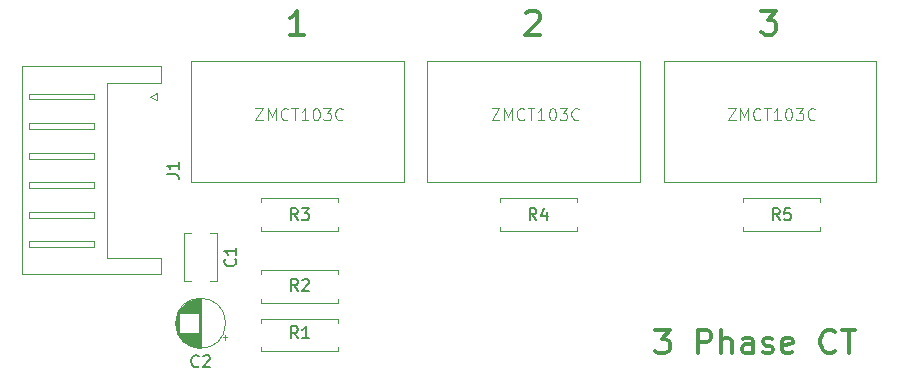
<source format=gbr>
%TF.GenerationSoftware,KiCad,Pcbnew,7.0.2*%
%TF.CreationDate,2023-10-27T13:44:30+02:00*%
%TF.ProjectId,zmct_3phase,7a6d6374-5f33-4706-9861-73652e6b6963,rev?*%
%TF.SameCoordinates,Original*%
%TF.FileFunction,Legend,Top*%
%TF.FilePolarity,Positive*%
%FSLAX46Y46*%
G04 Gerber Fmt 4.6, Leading zero omitted, Abs format (unit mm)*
G04 Created by KiCad (PCBNEW 7.0.2) date 2023-10-27 13:44:30*
%MOMM*%
%LPD*%
G01*
G04 APERTURE LIST*
%ADD10C,0.300000*%
%ADD11C,0.150000*%
%ADD12C,0.100000*%
%ADD13C,0.120000*%
G04 APERTURE END LIST*
D10*
X136523809Y-90755238D02*
X135380952Y-90755238D01*
X135952380Y-90755238D02*
X135952380Y-88755238D01*
X135952380Y-88755238D02*
X135761904Y-89040952D01*
X135761904Y-89040952D02*
X135571428Y-89231428D01*
X135571428Y-89231428D02*
X135380952Y-89326666D01*
X166285714Y-115755238D02*
X167523809Y-115755238D01*
X167523809Y-115755238D02*
X166857142Y-116517142D01*
X166857142Y-116517142D02*
X167142857Y-116517142D01*
X167142857Y-116517142D02*
X167333333Y-116612380D01*
X167333333Y-116612380D02*
X167428571Y-116707619D01*
X167428571Y-116707619D02*
X167523809Y-116898095D01*
X167523809Y-116898095D02*
X167523809Y-117374285D01*
X167523809Y-117374285D02*
X167428571Y-117564761D01*
X167428571Y-117564761D02*
X167333333Y-117660000D01*
X167333333Y-117660000D02*
X167142857Y-117755238D01*
X167142857Y-117755238D02*
X166571428Y-117755238D01*
X166571428Y-117755238D02*
X166380952Y-117660000D01*
X166380952Y-117660000D02*
X166285714Y-117564761D01*
X169904762Y-117755238D02*
X169904762Y-115755238D01*
X169904762Y-115755238D02*
X170666667Y-115755238D01*
X170666667Y-115755238D02*
X170857143Y-115850476D01*
X170857143Y-115850476D02*
X170952381Y-115945714D01*
X170952381Y-115945714D02*
X171047619Y-116136190D01*
X171047619Y-116136190D02*
X171047619Y-116421904D01*
X171047619Y-116421904D02*
X170952381Y-116612380D01*
X170952381Y-116612380D02*
X170857143Y-116707619D01*
X170857143Y-116707619D02*
X170666667Y-116802857D01*
X170666667Y-116802857D02*
X169904762Y-116802857D01*
X171904762Y-117755238D02*
X171904762Y-115755238D01*
X172761905Y-117755238D02*
X172761905Y-116707619D01*
X172761905Y-116707619D02*
X172666667Y-116517142D01*
X172666667Y-116517142D02*
X172476191Y-116421904D01*
X172476191Y-116421904D02*
X172190476Y-116421904D01*
X172190476Y-116421904D02*
X172000000Y-116517142D01*
X172000000Y-116517142D02*
X171904762Y-116612380D01*
X174571429Y-117755238D02*
X174571429Y-116707619D01*
X174571429Y-116707619D02*
X174476191Y-116517142D01*
X174476191Y-116517142D02*
X174285715Y-116421904D01*
X174285715Y-116421904D02*
X173904762Y-116421904D01*
X173904762Y-116421904D02*
X173714286Y-116517142D01*
X174571429Y-117660000D02*
X174380953Y-117755238D01*
X174380953Y-117755238D02*
X173904762Y-117755238D01*
X173904762Y-117755238D02*
X173714286Y-117660000D01*
X173714286Y-117660000D02*
X173619048Y-117469523D01*
X173619048Y-117469523D02*
X173619048Y-117279047D01*
X173619048Y-117279047D02*
X173714286Y-117088571D01*
X173714286Y-117088571D02*
X173904762Y-116993333D01*
X173904762Y-116993333D02*
X174380953Y-116993333D01*
X174380953Y-116993333D02*
X174571429Y-116898095D01*
X175428572Y-117660000D02*
X175619048Y-117755238D01*
X175619048Y-117755238D02*
X176000000Y-117755238D01*
X176000000Y-117755238D02*
X176190477Y-117660000D01*
X176190477Y-117660000D02*
X176285715Y-117469523D01*
X176285715Y-117469523D02*
X176285715Y-117374285D01*
X176285715Y-117374285D02*
X176190477Y-117183809D01*
X176190477Y-117183809D02*
X176000000Y-117088571D01*
X176000000Y-117088571D02*
X175714286Y-117088571D01*
X175714286Y-117088571D02*
X175523810Y-116993333D01*
X175523810Y-116993333D02*
X175428572Y-116802857D01*
X175428572Y-116802857D02*
X175428572Y-116707619D01*
X175428572Y-116707619D02*
X175523810Y-116517142D01*
X175523810Y-116517142D02*
X175714286Y-116421904D01*
X175714286Y-116421904D02*
X176000000Y-116421904D01*
X176000000Y-116421904D02*
X176190477Y-116517142D01*
X177904763Y-117660000D02*
X177714287Y-117755238D01*
X177714287Y-117755238D02*
X177333334Y-117755238D01*
X177333334Y-117755238D02*
X177142858Y-117660000D01*
X177142858Y-117660000D02*
X177047620Y-117469523D01*
X177047620Y-117469523D02*
X177047620Y-116707619D01*
X177047620Y-116707619D02*
X177142858Y-116517142D01*
X177142858Y-116517142D02*
X177333334Y-116421904D01*
X177333334Y-116421904D02*
X177714287Y-116421904D01*
X177714287Y-116421904D02*
X177904763Y-116517142D01*
X177904763Y-116517142D02*
X178000001Y-116707619D01*
X178000001Y-116707619D02*
X178000001Y-116898095D01*
X178000001Y-116898095D02*
X177047620Y-117088571D01*
X181523811Y-117564761D02*
X181428573Y-117660000D01*
X181428573Y-117660000D02*
X181142859Y-117755238D01*
X181142859Y-117755238D02*
X180952383Y-117755238D01*
X180952383Y-117755238D02*
X180666668Y-117660000D01*
X180666668Y-117660000D02*
X180476192Y-117469523D01*
X180476192Y-117469523D02*
X180380954Y-117279047D01*
X180380954Y-117279047D02*
X180285716Y-116898095D01*
X180285716Y-116898095D02*
X180285716Y-116612380D01*
X180285716Y-116612380D02*
X180380954Y-116231428D01*
X180380954Y-116231428D02*
X180476192Y-116040952D01*
X180476192Y-116040952D02*
X180666668Y-115850476D01*
X180666668Y-115850476D02*
X180952383Y-115755238D01*
X180952383Y-115755238D02*
X181142859Y-115755238D01*
X181142859Y-115755238D02*
X181428573Y-115850476D01*
X181428573Y-115850476D02*
X181523811Y-115945714D01*
X182095240Y-115755238D02*
X183238097Y-115755238D01*
X182666668Y-117755238D02*
X182666668Y-115755238D01*
X155380952Y-88945714D02*
X155476190Y-88850476D01*
X155476190Y-88850476D02*
X155666666Y-88755238D01*
X155666666Y-88755238D02*
X156142857Y-88755238D01*
X156142857Y-88755238D02*
X156333333Y-88850476D01*
X156333333Y-88850476D02*
X156428571Y-88945714D01*
X156428571Y-88945714D02*
X156523809Y-89136190D01*
X156523809Y-89136190D02*
X156523809Y-89326666D01*
X156523809Y-89326666D02*
X156428571Y-89612380D01*
X156428571Y-89612380D02*
X155285714Y-90755238D01*
X155285714Y-90755238D02*
X156523809Y-90755238D01*
X175285714Y-88755238D02*
X176523809Y-88755238D01*
X176523809Y-88755238D02*
X175857142Y-89517142D01*
X175857142Y-89517142D02*
X176142857Y-89517142D01*
X176142857Y-89517142D02*
X176333333Y-89612380D01*
X176333333Y-89612380D02*
X176428571Y-89707619D01*
X176428571Y-89707619D02*
X176523809Y-89898095D01*
X176523809Y-89898095D02*
X176523809Y-90374285D01*
X176523809Y-90374285D02*
X176428571Y-90564761D01*
X176428571Y-90564761D02*
X176333333Y-90660000D01*
X176333333Y-90660000D02*
X176142857Y-90755238D01*
X176142857Y-90755238D02*
X175571428Y-90755238D01*
X175571428Y-90755238D02*
X175380952Y-90660000D01*
X175380952Y-90660000D02*
X175285714Y-90564761D01*
D11*
%TO.C,R4*%
X156233333Y-106462619D02*
X155900000Y-105986428D01*
X155661905Y-106462619D02*
X155661905Y-105462619D01*
X155661905Y-105462619D02*
X156042857Y-105462619D01*
X156042857Y-105462619D02*
X156138095Y-105510238D01*
X156138095Y-105510238D02*
X156185714Y-105557857D01*
X156185714Y-105557857D02*
X156233333Y-105653095D01*
X156233333Y-105653095D02*
X156233333Y-105795952D01*
X156233333Y-105795952D02*
X156185714Y-105891190D01*
X156185714Y-105891190D02*
X156138095Y-105938809D01*
X156138095Y-105938809D02*
X156042857Y-105986428D01*
X156042857Y-105986428D02*
X155661905Y-105986428D01*
X157090476Y-105795952D02*
X157090476Y-106462619D01*
X156852381Y-105415000D02*
X156614286Y-106129285D01*
X156614286Y-106129285D02*
X157233333Y-106129285D01*
D12*
%TO.C,U3*%
X172442857Y-97002619D02*
X173109523Y-97002619D01*
X173109523Y-97002619D02*
X172442857Y-98002619D01*
X172442857Y-98002619D02*
X173109523Y-98002619D01*
X173490476Y-98002619D02*
X173490476Y-97002619D01*
X173490476Y-97002619D02*
X173823809Y-97716904D01*
X173823809Y-97716904D02*
X174157142Y-97002619D01*
X174157142Y-97002619D02*
X174157142Y-98002619D01*
X175204761Y-97907380D02*
X175157142Y-97955000D01*
X175157142Y-97955000D02*
X175014285Y-98002619D01*
X175014285Y-98002619D02*
X174919047Y-98002619D01*
X174919047Y-98002619D02*
X174776190Y-97955000D01*
X174776190Y-97955000D02*
X174680952Y-97859761D01*
X174680952Y-97859761D02*
X174633333Y-97764523D01*
X174633333Y-97764523D02*
X174585714Y-97574047D01*
X174585714Y-97574047D02*
X174585714Y-97431190D01*
X174585714Y-97431190D02*
X174633333Y-97240714D01*
X174633333Y-97240714D02*
X174680952Y-97145476D01*
X174680952Y-97145476D02*
X174776190Y-97050238D01*
X174776190Y-97050238D02*
X174919047Y-97002619D01*
X174919047Y-97002619D02*
X175014285Y-97002619D01*
X175014285Y-97002619D02*
X175157142Y-97050238D01*
X175157142Y-97050238D02*
X175204761Y-97097857D01*
X175490476Y-97002619D02*
X176061904Y-97002619D01*
X175776190Y-98002619D02*
X175776190Y-97002619D01*
X176919047Y-98002619D02*
X176347619Y-98002619D01*
X176633333Y-98002619D02*
X176633333Y-97002619D01*
X176633333Y-97002619D02*
X176538095Y-97145476D01*
X176538095Y-97145476D02*
X176442857Y-97240714D01*
X176442857Y-97240714D02*
X176347619Y-97288333D01*
X177538095Y-97002619D02*
X177633333Y-97002619D01*
X177633333Y-97002619D02*
X177728571Y-97050238D01*
X177728571Y-97050238D02*
X177776190Y-97097857D01*
X177776190Y-97097857D02*
X177823809Y-97193095D01*
X177823809Y-97193095D02*
X177871428Y-97383571D01*
X177871428Y-97383571D02*
X177871428Y-97621666D01*
X177871428Y-97621666D02*
X177823809Y-97812142D01*
X177823809Y-97812142D02*
X177776190Y-97907380D01*
X177776190Y-97907380D02*
X177728571Y-97955000D01*
X177728571Y-97955000D02*
X177633333Y-98002619D01*
X177633333Y-98002619D02*
X177538095Y-98002619D01*
X177538095Y-98002619D02*
X177442857Y-97955000D01*
X177442857Y-97955000D02*
X177395238Y-97907380D01*
X177395238Y-97907380D02*
X177347619Y-97812142D01*
X177347619Y-97812142D02*
X177300000Y-97621666D01*
X177300000Y-97621666D02*
X177300000Y-97383571D01*
X177300000Y-97383571D02*
X177347619Y-97193095D01*
X177347619Y-97193095D02*
X177395238Y-97097857D01*
X177395238Y-97097857D02*
X177442857Y-97050238D01*
X177442857Y-97050238D02*
X177538095Y-97002619D01*
X178204762Y-97002619D02*
X178823809Y-97002619D01*
X178823809Y-97002619D02*
X178490476Y-97383571D01*
X178490476Y-97383571D02*
X178633333Y-97383571D01*
X178633333Y-97383571D02*
X178728571Y-97431190D01*
X178728571Y-97431190D02*
X178776190Y-97478809D01*
X178776190Y-97478809D02*
X178823809Y-97574047D01*
X178823809Y-97574047D02*
X178823809Y-97812142D01*
X178823809Y-97812142D02*
X178776190Y-97907380D01*
X178776190Y-97907380D02*
X178728571Y-97955000D01*
X178728571Y-97955000D02*
X178633333Y-98002619D01*
X178633333Y-98002619D02*
X178347619Y-98002619D01*
X178347619Y-98002619D02*
X178252381Y-97955000D01*
X178252381Y-97955000D02*
X178204762Y-97907380D01*
X179823809Y-97907380D02*
X179776190Y-97955000D01*
X179776190Y-97955000D02*
X179633333Y-98002619D01*
X179633333Y-98002619D02*
X179538095Y-98002619D01*
X179538095Y-98002619D02*
X179395238Y-97955000D01*
X179395238Y-97955000D02*
X179300000Y-97859761D01*
X179300000Y-97859761D02*
X179252381Y-97764523D01*
X179252381Y-97764523D02*
X179204762Y-97574047D01*
X179204762Y-97574047D02*
X179204762Y-97431190D01*
X179204762Y-97431190D02*
X179252381Y-97240714D01*
X179252381Y-97240714D02*
X179300000Y-97145476D01*
X179300000Y-97145476D02*
X179395238Y-97050238D01*
X179395238Y-97050238D02*
X179538095Y-97002619D01*
X179538095Y-97002619D02*
X179633333Y-97002619D01*
X179633333Y-97002619D02*
X179776190Y-97050238D01*
X179776190Y-97050238D02*
X179823809Y-97097857D01*
%TO.C,U2*%
X152442857Y-97002619D02*
X153109523Y-97002619D01*
X153109523Y-97002619D02*
X152442857Y-98002619D01*
X152442857Y-98002619D02*
X153109523Y-98002619D01*
X153490476Y-98002619D02*
X153490476Y-97002619D01*
X153490476Y-97002619D02*
X153823809Y-97716904D01*
X153823809Y-97716904D02*
X154157142Y-97002619D01*
X154157142Y-97002619D02*
X154157142Y-98002619D01*
X155204761Y-97907380D02*
X155157142Y-97955000D01*
X155157142Y-97955000D02*
X155014285Y-98002619D01*
X155014285Y-98002619D02*
X154919047Y-98002619D01*
X154919047Y-98002619D02*
X154776190Y-97955000D01*
X154776190Y-97955000D02*
X154680952Y-97859761D01*
X154680952Y-97859761D02*
X154633333Y-97764523D01*
X154633333Y-97764523D02*
X154585714Y-97574047D01*
X154585714Y-97574047D02*
X154585714Y-97431190D01*
X154585714Y-97431190D02*
X154633333Y-97240714D01*
X154633333Y-97240714D02*
X154680952Y-97145476D01*
X154680952Y-97145476D02*
X154776190Y-97050238D01*
X154776190Y-97050238D02*
X154919047Y-97002619D01*
X154919047Y-97002619D02*
X155014285Y-97002619D01*
X155014285Y-97002619D02*
X155157142Y-97050238D01*
X155157142Y-97050238D02*
X155204761Y-97097857D01*
X155490476Y-97002619D02*
X156061904Y-97002619D01*
X155776190Y-98002619D02*
X155776190Y-97002619D01*
X156919047Y-98002619D02*
X156347619Y-98002619D01*
X156633333Y-98002619D02*
X156633333Y-97002619D01*
X156633333Y-97002619D02*
X156538095Y-97145476D01*
X156538095Y-97145476D02*
X156442857Y-97240714D01*
X156442857Y-97240714D02*
X156347619Y-97288333D01*
X157538095Y-97002619D02*
X157633333Y-97002619D01*
X157633333Y-97002619D02*
X157728571Y-97050238D01*
X157728571Y-97050238D02*
X157776190Y-97097857D01*
X157776190Y-97097857D02*
X157823809Y-97193095D01*
X157823809Y-97193095D02*
X157871428Y-97383571D01*
X157871428Y-97383571D02*
X157871428Y-97621666D01*
X157871428Y-97621666D02*
X157823809Y-97812142D01*
X157823809Y-97812142D02*
X157776190Y-97907380D01*
X157776190Y-97907380D02*
X157728571Y-97955000D01*
X157728571Y-97955000D02*
X157633333Y-98002619D01*
X157633333Y-98002619D02*
X157538095Y-98002619D01*
X157538095Y-98002619D02*
X157442857Y-97955000D01*
X157442857Y-97955000D02*
X157395238Y-97907380D01*
X157395238Y-97907380D02*
X157347619Y-97812142D01*
X157347619Y-97812142D02*
X157300000Y-97621666D01*
X157300000Y-97621666D02*
X157300000Y-97383571D01*
X157300000Y-97383571D02*
X157347619Y-97193095D01*
X157347619Y-97193095D02*
X157395238Y-97097857D01*
X157395238Y-97097857D02*
X157442857Y-97050238D01*
X157442857Y-97050238D02*
X157538095Y-97002619D01*
X158204762Y-97002619D02*
X158823809Y-97002619D01*
X158823809Y-97002619D02*
X158490476Y-97383571D01*
X158490476Y-97383571D02*
X158633333Y-97383571D01*
X158633333Y-97383571D02*
X158728571Y-97431190D01*
X158728571Y-97431190D02*
X158776190Y-97478809D01*
X158776190Y-97478809D02*
X158823809Y-97574047D01*
X158823809Y-97574047D02*
X158823809Y-97812142D01*
X158823809Y-97812142D02*
X158776190Y-97907380D01*
X158776190Y-97907380D02*
X158728571Y-97955000D01*
X158728571Y-97955000D02*
X158633333Y-98002619D01*
X158633333Y-98002619D02*
X158347619Y-98002619D01*
X158347619Y-98002619D02*
X158252381Y-97955000D01*
X158252381Y-97955000D02*
X158204762Y-97907380D01*
X159823809Y-97907380D02*
X159776190Y-97955000D01*
X159776190Y-97955000D02*
X159633333Y-98002619D01*
X159633333Y-98002619D02*
X159538095Y-98002619D01*
X159538095Y-98002619D02*
X159395238Y-97955000D01*
X159395238Y-97955000D02*
X159300000Y-97859761D01*
X159300000Y-97859761D02*
X159252381Y-97764523D01*
X159252381Y-97764523D02*
X159204762Y-97574047D01*
X159204762Y-97574047D02*
X159204762Y-97431190D01*
X159204762Y-97431190D02*
X159252381Y-97240714D01*
X159252381Y-97240714D02*
X159300000Y-97145476D01*
X159300000Y-97145476D02*
X159395238Y-97050238D01*
X159395238Y-97050238D02*
X159538095Y-97002619D01*
X159538095Y-97002619D02*
X159633333Y-97002619D01*
X159633333Y-97002619D02*
X159776190Y-97050238D01*
X159776190Y-97050238D02*
X159823809Y-97097857D01*
D11*
%TO.C,J1*%
X124962619Y-102583333D02*
X125676904Y-102583333D01*
X125676904Y-102583333D02*
X125819761Y-102630952D01*
X125819761Y-102630952D02*
X125915000Y-102726190D01*
X125915000Y-102726190D02*
X125962619Y-102869047D01*
X125962619Y-102869047D02*
X125962619Y-102964285D01*
X125962619Y-101583333D02*
X125962619Y-102154761D01*
X125962619Y-101869047D02*
X124962619Y-101869047D01*
X124962619Y-101869047D02*
X125105476Y-101964285D01*
X125105476Y-101964285D02*
X125200714Y-102059523D01*
X125200714Y-102059523D02*
X125248333Y-102154761D01*
%TO.C,R3*%
X136023333Y-106462619D02*
X135690000Y-105986428D01*
X135451905Y-106462619D02*
X135451905Y-105462619D01*
X135451905Y-105462619D02*
X135832857Y-105462619D01*
X135832857Y-105462619D02*
X135928095Y-105510238D01*
X135928095Y-105510238D02*
X135975714Y-105557857D01*
X135975714Y-105557857D02*
X136023333Y-105653095D01*
X136023333Y-105653095D02*
X136023333Y-105795952D01*
X136023333Y-105795952D02*
X135975714Y-105891190D01*
X135975714Y-105891190D02*
X135928095Y-105938809D01*
X135928095Y-105938809D02*
X135832857Y-105986428D01*
X135832857Y-105986428D02*
X135451905Y-105986428D01*
X136356667Y-105462619D02*
X136975714Y-105462619D01*
X136975714Y-105462619D02*
X136642381Y-105843571D01*
X136642381Y-105843571D02*
X136785238Y-105843571D01*
X136785238Y-105843571D02*
X136880476Y-105891190D01*
X136880476Y-105891190D02*
X136928095Y-105938809D01*
X136928095Y-105938809D02*
X136975714Y-106034047D01*
X136975714Y-106034047D02*
X136975714Y-106272142D01*
X136975714Y-106272142D02*
X136928095Y-106367380D01*
X136928095Y-106367380D02*
X136880476Y-106415000D01*
X136880476Y-106415000D02*
X136785238Y-106462619D01*
X136785238Y-106462619D02*
X136499524Y-106462619D01*
X136499524Y-106462619D02*
X136404286Y-106415000D01*
X136404286Y-106415000D02*
X136356667Y-106367380D01*
%TO.C,C2*%
X127633333Y-118817380D02*
X127585714Y-118865000D01*
X127585714Y-118865000D02*
X127442857Y-118912619D01*
X127442857Y-118912619D02*
X127347619Y-118912619D01*
X127347619Y-118912619D02*
X127204762Y-118865000D01*
X127204762Y-118865000D02*
X127109524Y-118769761D01*
X127109524Y-118769761D02*
X127061905Y-118674523D01*
X127061905Y-118674523D02*
X127014286Y-118484047D01*
X127014286Y-118484047D02*
X127014286Y-118341190D01*
X127014286Y-118341190D02*
X127061905Y-118150714D01*
X127061905Y-118150714D02*
X127109524Y-118055476D01*
X127109524Y-118055476D02*
X127204762Y-117960238D01*
X127204762Y-117960238D02*
X127347619Y-117912619D01*
X127347619Y-117912619D02*
X127442857Y-117912619D01*
X127442857Y-117912619D02*
X127585714Y-117960238D01*
X127585714Y-117960238D02*
X127633333Y-118007857D01*
X128014286Y-118007857D02*
X128061905Y-117960238D01*
X128061905Y-117960238D02*
X128157143Y-117912619D01*
X128157143Y-117912619D02*
X128395238Y-117912619D01*
X128395238Y-117912619D02*
X128490476Y-117960238D01*
X128490476Y-117960238D02*
X128538095Y-118007857D01*
X128538095Y-118007857D02*
X128585714Y-118103095D01*
X128585714Y-118103095D02*
X128585714Y-118198333D01*
X128585714Y-118198333D02*
X128538095Y-118341190D01*
X128538095Y-118341190D02*
X127966667Y-118912619D01*
X127966667Y-118912619D02*
X128585714Y-118912619D01*
%TO.C,R1*%
X136033333Y-116462619D02*
X135700000Y-115986428D01*
X135461905Y-116462619D02*
X135461905Y-115462619D01*
X135461905Y-115462619D02*
X135842857Y-115462619D01*
X135842857Y-115462619D02*
X135938095Y-115510238D01*
X135938095Y-115510238D02*
X135985714Y-115557857D01*
X135985714Y-115557857D02*
X136033333Y-115653095D01*
X136033333Y-115653095D02*
X136033333Y-115795952D01*
X136033333Y-115795952D02*
X135985714Y-115891190D01*
X135985714Y-115891190D02*
X135938095Y-115938809D01*
X135938095Y-115938809D02*
X135842857Y-115986428D01*
X135842857Y-115986428D02*
X135461905Y-115986428D01*
X136985714Y-116462619D02*
X136414286Y-116462619D01*
X136700000Y-116462619D02*
X136700000Y-115462619D01*
X136700000Y-115462619D02*
X136604762Y-115605476D01*
X136604762Y-115605476D02*
X136509524Y-115700714D01*
X136509524Y-115700714D02*
X136414286Y-115748333D01*
%TO.C,R5*%
X176833333Y-106462619D02*
X176500000Y-105986428D01*
X176261905Y-106462619D02*
X176261905Y-105462619D01*
X176261905Y-105462619D02*
X176642857Y-105462619D01*
X176642857Y-105462619D02*
X176738095Y-105510238D01*
X176738095Y-105510238D02*
X176785714Y-105557857D01*
X176785714Y-105557857D02*
X176833333Y-105653095D01*
X176833333Y-105653095D02*
X176833333Y-105795952D01*
X176833333Y-105795952D02*
X176785714Y-105891190D01*
X176785714Y-105891190D02*
X176738095Y-105938809D01*
X176738095Y-105938809D02*
X176642857Y-105986428D01*
X176642857Y-105986428D02*
X176261905Y-105986428D01*
X177738095Y-105462619D02*
X177261905Y-105462619D01*
X177261905Y-105462619D02*
X177214286Y-105938809D01*
X177214286Y-105938809D02*
X177261905Y-105891190D01*
X177261905Y-105891190D02*
X177357143Y-105843571D01*
X177357143Y-105843571D02*
X177595238Y-105843571D01*
X177595238Y-105843571D02*
X177690476Y-105891190D01*
X177690476Y-105891190D02*
X177738095Y-105938809D01*
X177738095Y-105938809D02*
X177785714Y-106034047D01*
X177785714Y-106034047D02*
X177785714Y-106272142D01*
X177785714Y-106272142D02*
X177738095Y-106367380D01*
X177738095Y-106367380D02*
X177690476Y-106415000D01*
X177690476Y-106415000D02*
X177595238Y-106462619D01*
X177595238Y-106462619D02*
X177357143Y-106462619D01*
X177357143Y-106462619D02*
X177261905Y-106415000D01*
X177261905Y-106415000D02*
X177214286Y-106367380D01*
D12*
%TO.C,U1*%
X132442857Y-97002619D02*
X133109523Y-97002619D01*
X133109523Y-97002619D02*
X132442857Y-98002619D01*
X132442857Y-98002619D02*
X133109523Y-98002619D01*
X133490476Y-98002619D02*
X133490476Y-97002619D01*
X133490476Y-97002619D02*
X133823809Y-97716904D01*
X133823809Y-97716904D02*
X134157142Y-97002619D01*
X134157142Y-97002619D02*
X134157142Y-98002619D01*
X135204761Y-97907380D02*
X135157142Y-97955000D01*
X135157142Y-97955000D02*
X135014285Y-98002619D01*
X135014285Y-98002619D02*
X134919047Y-98002619D01*
X134919047Y-98002619D02*
X134776190Y-97955000D01*
X134776190Y-97955000D02*
X134680952Y-97859761D01*
X134680952Y-97859761D02*
X134633333Y-97764523D01*
X134633333Y-97764523D02*
X134585714Y-97574047D01*
X134585714Y-97574047D02*
X134585714Y-97431190D01*
X134585714Y-97431190D02*
X134633333Y-97240714D01*
X134633333Y-97240714D02*
X134680952Y-97145476D01*
X134680952Y-97145476D02*
X134776190Y-97050238D01*
X134776190Y-97050238D02*
X134919047Y-97002619D01*
X134919047Y-97002619D02*
X135014285Y-97002619D01*
X135014285Y-97002619D02*
X135157142Y-97050238D01*
X135157142Y-97050238D02*
X135204761Y-97097857D01*
X135490476Y-97002619D02*
X136061904Y-97002619D01*
X135776190Y-98002619D02*
X135776190Y-97002619D01*
X136919047Y-98002619D02*
X136347619Y-98002619D01*
X136633333Y-98002619D02*
X136633333Y-97002619D01*
X136633333Y-97002619D02*
X136538095Y-97145476D01*
X136538095Y-97145476D02*
X136442857Y-97240714D01*
X136442857Y-97240714D02*
X136347619Y-97288333D01*
X137538095Y-97002619D02*
X137633333Y-97002619D01*
X137633333Y-97002619D02*
X137728571Y-97050238D01*
X137728571Y-97050238D02*
X137776190Y-97097857D01*
X137776190Y-97097857D02*
X137823809Y-97193095D01*
X137823809Y-97193095D02*
X137871428Y-97383571D01*
X137871428Y-97383571D02*
X137871428Y-97621666D01*
X137871428Y-97621666D02*
X137823809Y-97812142D01*
X137823809Y-97812142D02*
X137776190Y-97907380D01*
X137776190Y-97907380D02*
X137728571Y-97955000D01*
X137728571Y-97955000D02*
X137633333Y-98002619D01*
X137633333Y-98002619D02*
X137538095Y-98002619D01*
X137538095Y-98002619D02*
X137442857Y-97955000D01*
X137442857Y-97955000D02*
X137395238Y-97907380D01*
X137395238Y-97907380D02*
X137347619Y-97812142D01*
X137347619Y-97812142D02*
X137300000Y-97621666D01*
X137300000Y-97621666D02*
X137300000Y-97383571D01*
X137300000Y-97383571D02*
X137347619Y-97193095D01*
X137347619Y-97193095D02*
X137395238Y-97097857D01*
X137395238Y-97097857D02*
X137442857Y-97050238D01*
X137442857Y-97050238D02*
X137538095Y-97002619D01*
X138204762Y-97002619D02*
X138823809Y-97002619D01*
X138823809Y-97002619D02*
X138490476Y-97383571D01*
X138490476Y-97383571D02*
X138633333Y-97383571D01*
X138633333Y-97383571D02*
X138728571Y-97431190D01*
X138728571Y-97431190D02*
X138776190Y-97478809D01*
X138776190Y-97478809D02*
X138823809Y-97574047D01*
X138823809Y-97574047D02*
X138823809Y-97812142D01*
X138823809Y-97812142D02*
X138776190Y-97907380D01*
X138776190Y-97907380D02*
X138728571Y-97955000D01*
X138728571Y-97955000D02*
X138633333Y-98002619D01*
X138633333Y-98002619D02*
X138347619Y-98002619D01*
X138347619Y-98002619D02*
X138252381Y-97955000D01*
X138252381Y-97955000D02*
X138204762Y-97907380D01*
X139823809Y-97907380D02*
X139776190Y-97955000D01*
X139776190Y-97955000D02*
X139633333Y-98002619D01*
X139633333Y-98002619D02*
X139538095Y-98002619D01*
X139538095Y-98002619D02*
X139395238Y-97955000D01*
X139395238Y-97955000D02*
X139300000Y-97859761D01*
X139300000Y-97859761D02*
X139252381Y-97764523D01*
X139252381Y-97764523D02*
X139204762Y-97574047D01*
X139204762Y-97574047D02*
X139204762Y-97431190D01*
X139204762Y-97431190D02*
X139252381Y-97240714D01*
X139252381Y-97240714D02*
X139300000Y-97145476D01*
X139300000Y-97145476D02*
X139395238Y-97050238D01*
X139395238Y-97050238D02*
X139538095Y-97002619D01*
X139538095Y-97002619D02*
X139633333Y-97002619D01*
X139633333Y-97002619D02*
X139776190Y-97050238D01*
X139776190Y-97050238D02*
X139823809Y-97097857D01*
D11*
%TO.C,R2*%
X136033333Y-112462619D02*
X135700000Y-111986428D01*
X135461905Y-112462619D02*
X135461905Y-111462619D01*
X135461905Y-111462619D02*
X135842857Y-111462619D01*
X135842857Y-111462619D02*
X135938095Y-111510238D01*
X135938095Y-111510238D02*
X135985714Y-111557857D01*
X135985714Y-111557857D02*
X136033333Y-111653095D01*
X136033333Y-111653095D02*
X136033333Y-111795952D01*
X136033333Y-111795952D02*
X135985714Y-111891190D01*
X135985714Y-111891190D02*
X135938095Y-111938809D01*
X135938095Y-111938809D02*
X135842857Y-111986428D01*
X135842857Y-111986428D02*
X135461905Y-111986428D01*
X136414286Y-111557857D02*
X136461905Y-111510238D01*
X136461905Y-111510238D02*
X136557143Y-111462619D01*
X136557143Y-111462619D02*
X136795238Y-111462619D01*
X136795238Y-111462619D02*
X136890476Y-111510238D01*
X136890476Y-111510238D02*
X136938095Y-111557857D01*
X136938095Y-111557857D02*
X136985714Y-111653095D01*
X136985714Y-111653095D02*
X136985714Y-111748333D01*
X136985714Y-111748333D02*
X136938095Y-111891190D01*
X136938095Y-111891190D02*
X136366667Y-112462619D01*
X136366667Y-112462619D02*
X136985714Y-112462619D01*
%TO.C,C1*%
X130717380Y-109766666D02*
X130765000Y-109814285D01*
X130765000Y-109814285D02*
X130812619Y-109957142D01*
X130812619Y-109957142D02*
X130812619Y-110052380D01*
X130812619Y-110052380D02*
X130765000Y-110195237D01*
X130765000Y-110195237D02*
X130669761Y-110290475D01*
X130669761Y-110290475D02*
X130574523Y-110338094D01*
X130574523Y-110338094D02*
X130384047Y-110385713D01*
X130384047Y-110385713D02*
X130241190Y-110385713D01*
X130241190Y-110385713D02*
X130050714Y-110338094D01*
X130050714Y-110338094D02*
X129955476Y-110290475D01*
X129955476Y-110290475D02*
X129860238Y-110195237D01*
X129860238Y-110195237D02*
X129812619Y-110052380D01*
X129812619Y-110052380D02*
X129812619Y-109957142D01*
X129812619Y-109957142D02*
X129860238Y-109814285D01*
X129860238Y-109814285D02*
X129907857Y-109766666D01*
X130812619Y-108814285D02*
X130812619Y-109385713D01*
X130812619Y-109099999D02*
X129812619Y-109099999D01*
X129812619Y-109099999D02*
X129955476Y-109195237D01*
X129955476Y-109195237D02*
X130050714Y-109290475D01*
X130050714Y-109290475D02*
X130098333Y-109385713D01*
D13*
%TO.C,R4*%
X153130000Y-104630000D02*
X159670000Y-104630000D01*
X153130000Y-104960000D02*
X153130000Y-104630000D01*
X153130000Y-107040000D02*
X153130000Y-107370000D01*
X153130000Y-107370000D02*
X159670000Y-107370000D01*
X159670000Y-104630000D02*
X159670000Y-104960000D01*
X159670000Y-107370000D02*
X159670000Y-107040000D01*
D12*
%TO.C,U3*%
X167000000Y-93000000D02*
X185000000Y-93000000D01*
X185000000Y-93000000D02*
X185000000Y-103250000D01*
X185000000Y-103250000D02*
X167000000Y-103250000D01*
X167000000Y-103250000D02*
X167000000Y-93000000D01*
%TO.C,U2*%
X147000000Y-93000000D02*
X165000000Y-93000000D01*
X165000000Y-93000000D02*
X165000000Y-103250000D01*
X165000000Y-103250000D02*
X147000000Y-103250000D01*
X147000000Y-103250000D02*
X147000000Y-93000000D01*
D13*
%TO.C,J1*%
X124410000Y-93440000D02*
X124410000Y-94860000D01*
X112690000Y-93440000D02*
X124410000Y-93440000D01*
X124410000Y-94860000D02*
X119910000Y-94860000D01*
X119910000Y-94860000D02*
X119910000Y-102250000D01*
X124100000Y-95700000D02*
X124100000Y-96300000D01*
X118800000Y-95750000D02*
X113300000Y-95750000D01*
X113300000Y-95750000D02*
X113300000Y-96250000D01*
X123500000Y-96000000D02*
X124100000Y-95700000D01*
X118800000Y-96250000D02*
X118800000Y-95750000D01*
X113300000Y-96250000D02*
X118800000Y-96250000D01*
X124100000Y-96300000D02*
X123500000Y-96000000D01*
X118800000Y-98250000D02*
X113300000Y-98250000D01*
X113300000Y-98250000D02*
X113300000Y-98750000D01*
X118800000Y-98750000D02*
X118800000Y-98250000D01*
X113300000Y-98750000D02*
X118800000Y-98750000D01*
X118800000Y-100750000D02*
X113300000Y-100750000D01*
X113300000Y-100750000D02*
X113300000Y-101250000D01*
X118800000Y-101250000D02*
X118800000Y-100750000D01*
X113300000Y-101250000D02*
X118800000Y-101250000D01*
X112690000Y-102250000D02*
X112690000Y-93440000D01*
X112690000Y-102250000D02*
X112690000Y-111060000D01*
X118800000Y-103250000D02*
X113300000Y-103250000D01*
X113300000Y-103250000D02*
X113300000Y-103750000D01*
X118800000Y-103750000D02*
X118800000Y-103250000D01*
X113300000Y-103750000D02*
X118800000Y-103750000D01*
X118800000Y-105750000D02*
X113300000Y-105750000D01*
X113300000Y-105750000D02*
X113300000Y-106250000D01*
X118800000Y-106250000D02*
X118800000Y-105750000D01*
X113300000Y-106250000D02*
X118800000Y-106250000D01*
X118800000Y-108250000D02*
X113300000Y-108250000D01*
X113300000Y-108250000D02*
X113300000Y-108750000D01*
X118800000Y-108750000D02*
X118800000Y-108250000D01*
X113300000Y-108750000D02*
X118800000Y-108750000D01*
X124410000Y-109640000D02*
X119910000Y-109640000D01*
X119910000Y-109640000D02*
X119910000Y-102250000D01*
X124410000Y-111060000D02*
X124410000Y-109640000D01*
X112690000Y-111060000D02*
X124410000Y-111060000D01*
%TO.C,R3*%
X132920000Y-104630000D02*
X139460000Y-104630000D01*
X132920000Y-104960000D02*
X132920000Y-104630000D01*
X132920000Y-107040000D02*
X132920000Y-107370000D01*
X132920000Y-107370000D02*
X139460000Y-107370000D01*
X139460000Y-104630000D02*
X139460000Y-104960000D01*
X139460000Y-107370000D02*
X139460000Y-107040000D01*
%TO.C,C2*%
X130069801Y-116395000D02*
X129669801Y-116395000D01*
X129869801Y-116595000D02*
X129869801Y-116195000D01*
X127800000Y-117280000D02*
X127800000Y-113120000D01*
X127760000Y-117280000D02*
X127760000Y-113120000D01*
X127720000Y-117279000D02*
X127720000Y-113121000D01*
X127680000Y-117277000D02*
X127680000Y-113123000D01*
X127640000Y-117274000D02*
X127640000Y-113126000D01*
X127600000Y-117271000D02*
X127600000Y-116040000D01*
X127600000Y-114360000D02*
X127600000Y-113129000D01*
X127560000Y-117267000D02*
X127560000Y-116040000D01*
X127560000Y-114360000D02*
X127560000Y-113133000D01*
X127520000Y-117262000D02*
X127520000Y-116040000D01*
X127520000Y-114360000D02*
X127520000Y-113138000D01*
X127480000Y-117256000D02*
X127480000Y-116040000D01*
X127480000Y-114360000D02*
X127480000Y-113144000D01*
X127440000Y-117250000D02*
X127440000Y-116040000D01*
X127440000Y-114360000D02*
X127440000Y-113150000D01*
X127400000Y-117242000D02*
X127400000Y-116040000D01*
X127400000Y-114360000D02*
X127400000Y-113158000D01*
X127360000Y-117234000D02*
X127360000Y-116040000D01*
X127360000Y-114360000D02*
X127360000Y-113166000D01*
X127320000Y-117225000D02*
X127320000Y-116040000D01*
X127320000Y-114360000D02*
X127320000Y-113175000D01*
X127280000Y-117216000D02*
X127280000Y-116040000D01*
X127280000Y-114360000D02*
X127280000Y-113184000D01*
X127240000Y-117205000D02*
X127240000Y-116040000D01*
X127240000Y-114360000D02*
X127240000Y-113195000D01*
X127200000Y-117194000D02*
X127200000Y-116040000D01*
X127200000Y-114360000D02*
X127200000Y-113206000D01*
X127160000Y-117182000D02*
X127160000Y-116040000D01*
X127160000Y-114360000D02*
X127160000Y-113218000D01*
X127120000Y-117168000D02*
X127120000Y-116040000D01*
X127120000Y-114360000D02*
X127120000Y-113232000D01*
X127079000Y-117154000D02*
X127079000Y-116040000D01*
X127079000Y-114360000D02*
X127079000Y-113246000D01*
X127039000Y-117140000D02*
X127039000Y-116040000D01*
X127039000Y-114360000D02*
X127039000Y-113260000D01*
X126999000Y-117124000D02*
X126999000Y-116040000D01*
X126999000Y-114360000D02*
X126999000Y-113276000D01*
X126959000Y-117107000D02*
X126959000Y-116040000D01*
X126959000Y-114360000D02*
X126959000Y-113293000D01*
X126919000Y-117089000D02*
X126919000Y-116040000D01*
X126919000Y-114360000D02*
X126919000Y-113311000D01*
X126879000Y-117070000D02*
X126879000Y-116040000D01*
X126879000Y-114360000D02*
X126879000Y-113330000D01*
X126839000Y-117051000D02*
X126839000Y-116040000D01*
X126839000Y-114360000D02*
X126839000Y-113349000D01*
X126799000Y-117030000D02*
X126799000Y-116040000D01*
X126799000Y-114360000D02*
X126799000Y-113370000D01*
X126759000Y-117008000D02*
X126759000Y-116040000D01*
X126759000Y-114360000D02*
X126759000Y-113392000D01*
X126719000Y-116985000D02*
X126719000Y-116040000D01*
X126719000Y-114360000D02*
X126719000Y-113415000D01*
X126679000Y-116960000D02*
X126679000Y-116040000D01*
X126679000Y-114360000D02*
X126679000Y-113440000D01*
X126639000Y-116935000D02*
X126639000Y-116040000D01*
X126639000Y-114360000D02*
X126639000Y-113465000D01*
X126599000Y-116908000D02*
X126599000Y-116040000D01*
X126599000Y-114360000D02*
X126599000Y-113492000D01*
X126559000Y-116880000D02*
X126559000Y-116040000D01*
X126559000Y-114360000D02*
X126559000Y-113520000D01*
X126519000Y-116850000D02*
X126519000Y-116040000D01*
X126519000Y-114360000D02*
X126519000Y-113550000D01*
X126479000Y-116819000D02*
X126479000Y-116040000D01*
X126479000Y-114360000D02*
X126479000Y-113581000D01*
X126439000Y-116787000D02*
X126439000Y-116040000D01*
X126439000Y-114360000D02*
X126439000Y-113613000D01*
X126399000Y-116752000D02*
X126399000Y-116040000D01*
X126399000Y-114360000D02*
X126399000Y-113648000D01*
X126359000Y-116716000D02*
X126359000Y-116040000D01*
X126359000Y-114360000D02*
X126359000Y-113684000D01*
X126319000Y-116678000D02*
X126319000Y-116040000D01*
X126319000Y-114360000D02*
X126319000Y-113722000D01*
X126279000Y-116638000D02*
X126279000Y-116040000D01*
X126279000Y-114360000D02*
X126279000Y-113762000D01*
X126239000Y-116596000D02*
X126239000Y-116040000D01*
X126239000Y-114360000D02*
X126239000Y-113804000D01*
X126199000Y-116551000D02*
X126199000Y-116040000D01*
X126199000Y-114360000D02*
X126199000Y-113849000D01*
X126159000Y-116504000D02*
X126159000Y-116040000D01*
X126159000Y-114360000D02*
X126159000Y-113896000D01*
X126119000Y-116454000D02*
X126119000Y-116040000D01*
X126119000Y-114360000D02*
X126119000Y-113946000D01*
X126079000Y-116400000D02*
X126079000Y-116040000D01*
X126079000Y-114360000D02*
X126079000Y-114000000D01*
X126039000Y-116342000D02*
X126039000Y-116040000D01*
X126039000Y-114360000D02*
X126039000Y-114058000D01*
X125999000Y-116280000D02*
X125999000Y-116040000D01*
X125999000Y-114360000D02*
X125999000Y-114120000D01*
X125959000Y-116213000D02*
X125959000Y-114187000D01*
X125919000Y-116140000D02*
X125919000Y-114260000D01*
X125879000Y-116059000D02*
X125879000Y-114341000D01*
X125839000Y-115968000D02*
X125839000Y-114432000D01*
X125799000Y-115864000D02*
X125799000Y-114536000D01*
X125759000Y-115737000D02*
X125759000Y-114663000D01*
X125719000Y-115570000D02*
X125719000Y-114830000D01*
X129920000Y-115200000D02*
G75*
G03*
X129920000Y-115200000I-2120000J0D01*
G01*
%TO.C,R1*%
X139470000Y-117570000D02*
X132930000Y-117570000D01*
X139470000Y-117240000D02*
X139470000Y-117570000D01*
X139470000Y-115160000D02*
X139470000Y-114830000D01*
X139470000Y-114830000D02*
X132930000Y-114830000D01*
X132930000Y-117570000D02*
X132930000Y-117240000D01*
X132930000Y-114830000D02*
X132930000Y-115160000D01*
%TO.C,R5*%
X173730000Y-104630000D02*
X180270000Y-104630000D01*
X173730000Y-104960000D02*
X173730000Y-104630000D01*
X173730000Y-107040000D02*
X173730000Y-107370000D01*
X173730000Y-107370000D02*
X180270000Y-107370000D01*
X180270000Y-104630000D02*
X180270000Y-104960000D01*
X180270000Y-107370000D02*
X180270000Y-107040000D01*
D12*
%TO.C,U1*%
X127000000Y-93000000D02*
X145000000Y-93000000D01*
X145000000Y-93000000D02*
X145000000Y-103250000D01*
X145000000Y-103250000D02*
X127000000Y-103250000D01*
X127000000Y-103250000D02*
X127000000Y-93000000D01*
D13*
%TO.C,R2*%
X139470000Y-113470000D02*
X132930000Y-113470000D01*
X139470000Y-113140000D02*
X139470000Y-113470000D01*
X139470000Y-111060000D02*
X139470000Y-110730000D01*
X139470000Y-110730000D02*
X132930000Y-110730000D01*
X132930000Y-113470000D02*
X132930000Y-113140000D01*
X132930000Y-110730000D02*
X132930000Y-111060000D01*
%TO.C,C1*%
X129220000Y-107580000D02*
X128595000Y-107580000D01*
X129220000Y-107580000D02*
X129220000Y-111620000D01*
X127005000Y-107580000D02*
X126380000Y-107580000D01*
X126380000Y-107580000D02*
X126380000Y-111620000D01*
X129220000Y-111620000D02*
X128595000Y-111620000D01*
X127005000Y-111620000D02*
X126380000Y-111620000D01*
%TD*%
M02*

</source>
